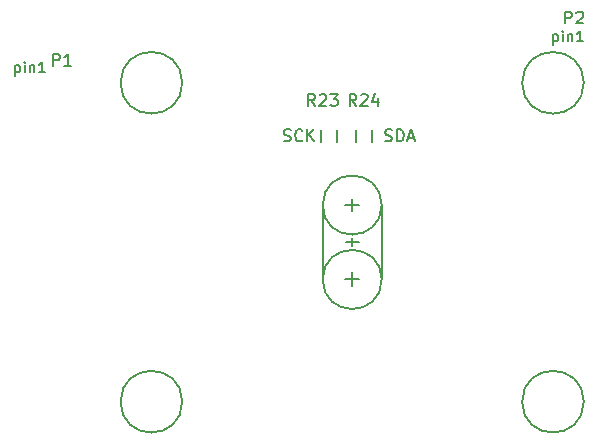
<source format=gto>
G04 #@! TF.FileFunction,Legend,Top*
%FSLAX46Y46*%
G04 Gerber Fmt 4.6, Leading zero omitted, Abs format (unit mm)*
G04 Created by KiCad (PCBNEW 4.0.1-stable) date 2/1/2017 11:43:10 PM*
%MOMM*%
G01*
G04 APERTURE LIST*
%ADD10C,0.100000*%
%ADD11C,0.150000*%
%ADD12C,0.152400*%
%ADD13C,0.200000*%
G04 APERTURE END LIST*
D10*
D11*
X-5785714Y8595238D02*
X-5642857Y8547619D01*
X-5404761Y8547619D01*
X-5309523Y8595238D01*
X-5261904Y8642857D01*
X-5214285Y8738095D01*
X-5214285Y8833333D01*
X-5261904Y8928571D01*
X-5309523Y8976190D01*
X-5404761Y9023810D01*
X-5595238Y9071429D01*
X-5690476Y9119048D01*
X-5738095Y9166667D01*
X-5785714Y9261905D01*
X-5785714Y9357143D01*
X-5738095Y9452381D01*
X-5690476Y9500000D01*
X-5595238Y9547619D01*
X-5357142Y9547619D01*
X-5214285Y9500000D01*
X-4214285Y8642857D02*
X-4261904Y8595238D01*
X-4404761Y8547619D01*
X-4499999Y8547619D01*
X-4642857Y8595238D01*
X-4738095Y8690476D01*
X-4785714Y8785714D01*
X-4833333Y8976190D01*
X-4833333Y9119048D01*
X-4785714Y9309524D01*
X-4738095Y9404762D01*
X-4642857Y9500000D01*
X-4499999Y9547619D01*
X-4404761Y9547619D01*
X-4261904Y9500000D01*
X-4214285Y9452381D01*
X-3785714Y8547619D02*
X-3785714Y9547619D01*
X-3214285Y8547619D02*
X-3642857Y9119048D01*
X-3214285Y9547619D02*
X-3785714Y8976190D01*
X2785714Y8595238D02*
X2928571Y8547619D01*
X3166667Y8547619D01*
X3261905Y8595238D01*
X3309524Y8642857D01*
X3357143Y8738095D01*
X3357143Y8833333D01*
X3309524Y8928571D01*
X3261905Y8976190D01*
X3166667Y9023810D01*
X2976190Y9071429D01*
X2880952Y9119048D01*
X2833333Y9166667D01*
X2785714Y9261905D01*
X2785714Y9357143D01*
X2833333Y9452381D01*
X2880952Y9500000D01*
X2976190Y9547619D01*
X3214286Y9547619D01*
X3357143Y9500000D01*
X3785714Y8547619D02*
X3785714Y9547619D01*
X4023809Y9547619D01*
X4166667Y9500000D01*
X4261905Y9404762D01*
X4309524Y9309524D01*
X4357143Y9119048D01*
X4357143Y8976190D01*
X4309524Y8785714D01*
X4261905Y8690476D01*
X4166667Y8595238D01*
X4023809Y8547619D01*
X3785714Y8547619D01*
X4738095Y8833333D02*
X5214286Y8833333D01*
X4642857Y8547619D02*
X4976190Y9547619D01*
X5309524Y8547619D01*
D12*
X-28532666Y14973300D02*
X-28532666Y14084300D01*
X-28532666Y14930967D02*
X-28448000Y14973300D01*
X-28278666Y14973300D01*
X-28194000Y14930967D01*
X-28151666Y14888633D01*
X-28109333Y14803967D01*
X-28109333Y14549967D01*
X-28151666Y14465300D01*
X-28194000Y14422967D01*
X-28278666Y14380633D01*
X-28448000Y14380633D01*
X-28532666Y14422967D01*
X-27728333Y14380633D02*
X-27728333Y14973300D01*
X-27728333Y15269633D02*
X-27770667Y15227300D01*
X-27728333Y15184967D01*
X-27686000Y15227300D01*
X-27728333Y15269633D01*
X-27728333Y15184967D01*
X-27305000Y14973300D02*
X-27305000Y14380633D01*
X-27305000Y14888633D02*
X-27262667Y14930967D01*
X-27178000Y14973300D01*
X-27051000Y14973300D01*
X-26966334Y14930967D01*
X-26924000Y14846300D01*
X-26924000Y14380633D01*
X-26035001Y14380633D02*
X-26543001Y14380633D01*
X-26289001Y14380633D02*
X-26289001Y15269633D01*
X-26373667Y15142633D01*
X-26458334Y15057967D01*
X-26543001Y15015633D01*
X17009534Y17614900D02*
X17009534Y16725900D01*
X17009534Y17572567D02*
X17094200Y17614900D01*
X17263534Y17614900D01*
X17348200Y17572567D01*
X17390534Y17530233D01*
X17432867Y17445567D01*
X17432867Y17191567D01*
X17390534Y17106900D01*
X17348200Y17064567D01*
X17263534Y17022233D01*
X17094200Y17022233D01*
X17009534Y17064567D01*
X17813867Y17022233D02*
X17813867Y17614900D01*
X17813867Y17911233D02*
X17771533Y17868900D01*
X17813867Y17826567D01*
X17856200Y17868900D01*
X17813867Y17911233D01*
X17813867Y17826567D01*
X18237200Y17614900D02*
X18237200Y17022233D01*
X18237200Y17530233D02*
X18279533Y17572567D01*
X18364200Y17614900D01*
X18491200Y17614900D01*
X18575866Y17572567D01*
X18618200Y17487900D01*
X18618200Y17022233D01*
X19507199Y17022233D02*
X18999199Y17022233D01*
X19253199Y17022233D02*
X19253199Y17911233D01*
X19168533Y17784233D01*
X19083866Y17699567D01*
X18999199Y17657233D01*
D13*
X2500000Y-3100000D02*
X2500000Y3100000D01*
X-2500000Y3150000D02*
X-2500000Y-3300000D01*
X-500000Y0D02*
X-450000Y0D01*
X550000Y0D02*
X-500000Y0D01*
X0Y400000D02*
X0Y-350000D01*
X2500000Y-3150000D02*
G75*
G03X2500000Y-3150000I-2500000J0D01*
G01*
X0Y-2550000D02*
X0Y-3700000D01*
X600000Y-3150000D02*
X-600000Y-3150000D01*
X0Y2650000D02*
X0Y3700000D01*
X600000Y3150000D02*
X-600000Y3150000D01*
X2500000Y3150000D02*
G75*
G03X2500000Y3150000I-2500000J0D01*
G01*
D11*
X-14387800Y13500000D02*
G75*
G03X-14387800Y13500000I-2612200J0D01*
G01*
X19612200Y-13500000D02*
G75*
G03X19612200Y-13500000I-2612200J0D01*
G01*
X19612200Y13500000D02*
G75*
G03X19612200Y13500000I-2612200J0D01*
G01*
X-14387800Y-13500000D02*
G75*
G03X-14387800Y-13500000I-2612200J0D01*
G01*
X-2675000Y8500000D02*
X-2675000Y9500000D01*
X-1325000Y9500000D02*
X-1325000Y8500000D01*
X325000Y8500000D02*
X325000Y9500000D01*
X1675000Y9500000D02*
X1675000Y8500000D01*
X-25338095Y14947619D02*
X-25338095Y15947619D01*
X-24957142Y15947619D01*
X-24861904Y15900000D01*
X-24814285Y15852381D01*
X-24766666Y15757143D01*
X-24766666Y15614286D01*
X-24814285Y15519048D01*
X-24861904Y15471429D01*
X-24957142Y15423810D01*
X-25338095Y15423810D01*
X-23814285Y14947619D02*
X-24385714Y14947619D01*
X-24100000Y14947619D02*
X-24100000Y15947619D01*
X-24195238Y15804762D01*
X-24290476Y15709524D01*
X-24385714Y15661905D01*
X18029305Y18521419D02*
X18029305Y19521419D01*
X18410258Y19521419D01*
X18505496Y19473800D01*
X18553115Y19426181D01*
X18600734Y19330943D01*
X18600734Y19188086D01*
X18553115Y19092848D01*
X18505496Y19045229D01*
X18410258Y18997610D01*
X18029305Y18997610D01*
X18981686Y19426181D02*
X19029305Y19473800D01*
X19124543Y19521419D01*
X19362639Y19521419D01*
X19457877Y19473800D01*
X19505496Y19426181D01*
X19553115Y19330943D01*
X19553115Y19235705D01*
X19505496Y19092848D01*
X18934067Y18521419D01*
X19553115Y18521419D01*
X-3142857Y11547619D02*
X-3476191Y12023810D01*
X-3714286Y11547619D02*
X-3714286Y12547619D01*
X-3333333Y12547619D01*
X-3238095Y12500000D01*
X-3190476Y12452381D01*
X-3142857Y12357143D01*
X-3142857Y12214286D01*
X-3190476Y12119048D01*
X-3238095Y12071429D01*
X-3333333Y12023810D01*
X-3714286Y12023810D01*
X-2761905Y12452381D02*
X-2714286Y12500000D01*
X-2619048Y12547619D01*
X-2380952Y12547619D01*
X-2285714Y12500000D01*
X-2238095Y12452381D01*
X-2190476Y12357143D01*
X-2190476Y12261905D01*
X-2238095Y12119048D01*
X-2809524Y11547619D01*
X-2190476Y11547619D01*
X-1857143Y12547619D02*
X-1238095Y12547619D01*
X-1571429Y12166667D01*
X-1428571Y12166667D01*
X-1333333Y12119048D01*
X-1285714Y12071429D01*
X-1238095Y11976190D01*
X-1238095Y11738095D01*
X-1285714Y11642857D01*
X-1333333Y11595238D01*
X-1428571Y11547619D01*
X-1714286Y11547619D01*
X-1809524Y11595238D01*
X-1857143Y11642857D01*
X357143Y11547619D02*
X23809Y12023810D01*
X-214286Y11547619D02*
X-214286Y12547619D01*
X166667Y12547619D01*
X261905Y12500000D01*
X309524Y12452381D01*
X357143Y12357143D01*
X357143Y12214286D01*
X309524Y12119048D01*
X261905Y12071429D01*
X166667Y12023810D01*
X-214286Y12023810D01*
X738095Y12452381D02*
X785714Y12500000D01*
X880952Y12547619D01*
X1119048Y12547619D01*
X1214286Y12500000D01*
X1261905Y12452381D01*
X1309524Y12357143D01*
X1309524Y12261905D01*
X1261905Y12119048D01*
X690476Y11547619D01*
X1309524Y11547619D01*
X2166667Y12214286D02*
X2166667Y11547619D01*
X1928571Y12595238D02*
X1690476Y11880952D01*
X2309524Y11880952D01*
M02*

</source>
